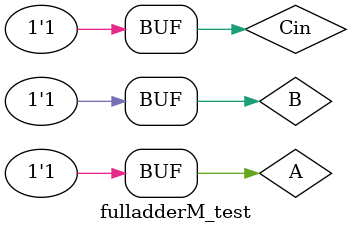
<source format=v>
`timescale 1ns / 1ps


module fulladderM_test;

	// Inputs
	reg Cin;
	reg A;
	reg B;

	// Outputs
	wire F;
	wire Cout;

	// Instantiate the Unit Under Test (UUT)
	fulladderM uut (
		.Cin(Cin), 
		.A(A), 
		.B(B), 
		.F(F), 
		.Cout(Cout)
	);

	initial begin
		// Initialize Inputs
		Cin = 0;
		A = 0;
		B = 0;

		// Wait 100 ns for global reset to finish
		#200;
        
		// Add stimulus here
		A=0; B=0; Cin=1;
		
		#200;
		A=0; B=1; Cin=0;
		
		#200;
		A=0; B=1; Cin=1;
		
		#200;
		A=1; B=0; Cin=0;
		
		#200;
		A=1; B=0; Cin=1;
		
		#200;
		A=1; B=1; Cin=0;
		
		#200;
		A=1; B=1; Cin=1;
	end
      
endmodule


</source>
